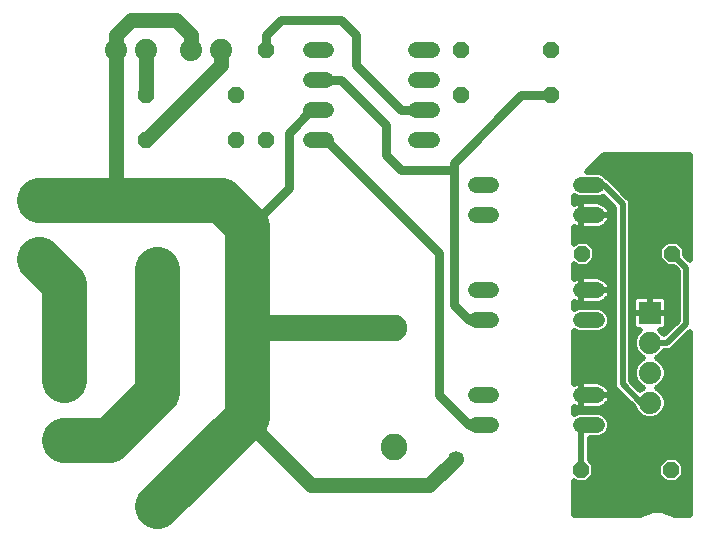
<source format=gbl>
G75*
%MOIN*%
%OFA0B0*%
%FSLAX24Y24*%
%IPPOS*%
%LPD*%
%AMOC8*
5,1,8,0,0,1.08239X$1,22.5*
%
%ADD10C,0.0886*%
%ADD11OC8,0.0520*%
%ADD12C,0.0600*%
%ADD13C,0.0520*%
%ADD14R,0.0800X0.0800*%
%ADD15C,0.0800*%
%ADD16C,0.0740*%
%ADD17R,0.0740X0.0740*%
%ADD18C,0.1500*%
%ADD19C,0.0500*%
%ADD20C,0.0300*%
%ADD21C,0.0200*%
%ADD22C,0.0860*%
%ADD23C,0.0531*%
%ADD24C,0.0400*%
D10*
X005474Y002923D03*
X013348Y004891D03*
X013348Y008828D03*
X005474Y010797D03*
D11*
X005100Y015100D03*
X005100Y016600D03*
X008100Y016600D03*
X008100Y015100D03*
X009100Y015100D03*
X009100Y018100D03*
X015600Y018100D03*
X015600Y016600D03*
X018600Y016600D03*
X018600Y018100D03*
X019631Y011319D03*
X022631Y011319D03*
X022600Y004100D03*
X019600Y004100D03*
D12*
X002650Y005100D02*
X002050Y005100D01*
X002050Y007100D02*
X002650Y007100D01*
D13*
X010580Y015100D02*
X011100Y015100D01*
X011100Y016100D02*
X010580Y016100D01*
X010580Y017100D02*
X011100Y017100D01*
X011100Y018100D02*
X010580Y018100D01*
X014100Y018100D02*
X014620Y018100D01*
X014620Y017100D02*
X014100Y017100D01*
X014100Y016100D02*
X014620Y016100D01*
X014620Y015100D02*
X014100Y015100D01*
X016080Y013600D02*
X016600Y013600D01*
X016600Y012600D02*
X016080Y012600D01*
X016080Y010100D02*
X016600Y010100D01*
X016600Y009100D02*
X016080Y009100D01*
X016080Y006600D02*
X016600Y006600D01*
X016600Y005600D02*
X016080Y005600D01*
X019600Y005600D02*
X020120Y005600D01*
X020120Y006600D02*
X019600Y006600D01*
X019600Y009100D02*
X020120Y009100D01*
X020120Y010100D02*
X019600Y010100D01*
X019600Y012600D02*
X020120Y012600D01*
X020120Y013600D02*
X019600Y013600D01*
D14*
X001538Y013100D03*
D15*
X001538Y011131D03*
D16*
X004100Y018100D03*
X005100Y018100D03*
X006600Y018100D03*
X007600Y018100D03*
X021893Y008344D03*
X021893Y007344D03*
X021893Y006344D03*
D17*
X021893Y009344D03*
D18*
X008443Y009100D02*
X008443Y005891D01*
X008376Y005824D01*
X005474Y002923D01*
X003850Y005100D02*
X005474Y006724D01*
X005474Y010797D01*
X004100Y013100D02*
X007600Y013100D01*
X008443Y012257D01*
X008443Y012100D01*
X008443Y009100D01*
X004100Y013100D02*
X001538Y013100D01*
X001538Y011131D02*
X002350Y010319D01*
X002350Y010288D02*
X002350Y007100D01*
X002350Y005100D02*
X003850Y005100D01*
D19*
X008376Y005824D02*
X010600Y003600D01*
X014538Y003600D01*
X015413Y004475D01*
X004100Y013100D02*
X004100Y018100D01*
X004100Y018600D01*
X004600Y019100D01*
X006100Y019100D01*
X006600Y018600D01*
X006600Y018100D01*
X007600Y018100D02*
X007600Y017600D01*
X005100Y015100D01*
X005100Y016600D02*
X005100Y018100D01*
D20*
X009100Y018100D02*
X009100Y018600D01*
X009600Y019100D01*
X011600Y019100D01*
X012100Y018600D01*
X012100Y017600D01*
X013600Y016100D01*
X014100Y016100D01*
X013100Y015600D02*
X013100Y014600D01*
X013600Y014100D01*
X015350Y014100D01*
X015350Y014350D01*
X017600Y016600D01*
X018600Y016600D01*
X015350Y014100D02*
X015350Y009600D01*
X015850Y009100D01*
X016600Y009100D01*
X014850Y011350D02*
X014850Y006600D01*
X015850Y005600D01*
X016600Y005600D01*
X013348Y008828D02*
X013326Y008850D01*
X014850Y011350D02*
X011100Y015100D01*
X011100Y016100D02*
X010600Y016100D01*
X009850Y015350D01*
X009850Y013507D01*
X008443Y012100D01*
X008694Y008852D02*
X008696Y008850D01*
X013100Y015600D02*
X011600Y017100D01*
X011100Y017100D01*
D21*
X019350Y013228D02*
X019350Y012987D01*
X019359Y012993D01*
X019423Y013026D01*
X019492Y013049D01*
X019564Y013060D01*
X019600Y013060D01*
X019600Y012600D01*
X019600Y012600D01*
X020580Y012600D01*
X020580Y012636D01*
X020569Y012708D01*
X020546Y012777D01*
X020513Y012841D01*
X020471Y012900D01*
X020420Y012951D01*
X020361Y012993D01*
X020297Y013026D01*
X020228Y013049D01*
X020156Y013060D01*
X019600Y013060D01*
X019600Y012600D01*
X019600Y012600D01*
X020580Y012600D01*
X020580Y012564D01*
X020569Y012492D01*
X020546Y012423D01*
X020513Y012359D01*
X020471Y012300D01*
X020420Y012249D01*
X020361Y012207D01*
X020297Y012174D01*
X020228Y012151D01*
X020156Y012140D01*
X019600Y012140D01*
X019600Y012600D01*
X019600Y012600D01*
X019600Y012140D01*
X019564Y012140D01*
X019492Y012151D01*
X019423Y012174D01*
X019359Y012207D01*
X019350Y012213D01*
X019350Y011659D01*
X019449Y011759D01*
X019814Y011759D01*
X020071Y011501D01*
X020071Y011136D01*
X019814Y010879D01*
X019449Y010879D01*
X019350Y010978D01*
X019350Y010487D01*
X019359Y010493D01*
X019423Y010526D01*
X019492Y010549D01*
X019564Y010560D01*
X019600Y010560D01*
X019600Y010100D01*
X019600Y010100D01*
X020580Y010100D01*
X020580Y010136D01*
X020569Y010208D01*
X020546Y010277D01*
X020513Y010341D01*
X020471Y010400D01*
X020420Y010451D01*
X020361Y010493D01*
X020297Y010526D01*
X020228Y010549D01*
X020156Y010560D01*
X019600Y010560D01*
X019600Y010100D01*
X019600Y010100D01*
X020580Y010100D01*
X020580Y010064D01*
X020569Y009992D01*
X020546Y009923D01*
X020513Y009859D01*
X020471Y009800D01*
X020420Y009749D01*
X020361Y009707D01*
X020297Y009674D01*
X020228Y009651D01*
X020156Y009640D01*
X019600Y009640D01*
X019600Y010100D01*
X019600Y010100D01*
X019600Y009640D01*
X019564Y009640D01*
X019492Y009651D01*
X019423Y009674D01*
X019359Y009707D01*
X019350Y009713D01*
X019350Y009472D01*
X019351Y009473D01*
X019512Y009540D01*
X020208Y009540D01*
X020369Y009473D01*
X020493Y009349D01*
X020560Y009188D01*
X020560Y009012D01*
X020493Y008851D01*
X020369Y008727D01*
X020208Y008660D01*
X019512Y008660D01*
X019351Y008727D01*
X019350Y008728D01*
X019350Y006987D01*
X019359Y006993D01*
X019423Y007026D01*
X019492Y007049D01*
X019564Y007060D01*
X019600Y007060D01*
X019600Y006600D01*
X019600Y006600D01*
X020580Y006600D01*
X020580Y006636D01*
X020569Y006708D01*
X020546Y006777D01*
X020513Y006841D01*
X020471Y006900D01*
X020420Y006951D01*
X020361Y006993D01*
X020297Y007026D01*
X020228Y007049D01*
X020156Y007060D01*
X019600Y007060D01*
X019600Y006600D01*
X019600Y006600D01*
X020580Y006600D01*
X020580Y006564D01*
X020569Y006492D01*
X020546Y006423D01*
X020513Y006359D01*
X020471Y006300D01*
X020420Y006249D01*
X020361Y006207D01*
X020297Y006174D01*
X020228Y006151D01*
X020156Y006140D01*
X019600Y006140D01*
X019600Y006600D01*
X019600Y006600D01*
X019600Y006140D01*
X019564Y006140D01*
X019492Y006151D01*
X019423Y006174D01*
X019359Y006207D01*
X019350Y006213D01*
X019350Y005972D01*
X019351Y005973D01*
X019512Y006040D01*
X020208Y006040D01*
X020369Y005973D01*
X020493Y005849D01*
X020560Y005688D01*
X020560Y005512D01*
X020493Y005351D01*
X020369Y005227D01*
X020208Y005160D01*
X019880Y005160D01*
X019880Y004442D01*
X020040Y004282D01*
X020040Y003918D01*
X019782Y003660D01*
X019418Y003660D01*
X019350Y003728D01*
X019350Y002600D01*
X021569Y002600D01*
X021726Y002691D01*
X022004Y002765D01*
X022291Y002765D01*
X022568Y002691D01*
X022726Y002600D01*
X023222Y002600D01*
X023222Y008701D01*
X022628Y008107D01*
X022525Y008064D01*
X022373Y008064D01*
X022360Y008033D01*
X022205Y007878D01*
X022123Y007844D01*
X022205Y007810D01*
X022360Y007656D01*
X022443Y007453D01*
X022443Y007235D01*
X022360Y007033D01*
X022205Y006878D01*
X022123Y006844D01*
X022205Y006810D01*
X022360Y006656D01*
X022443Y006453D01*
X022443Y006235D01*
X022360Y006033D01*
X022205Y005878D01*
X022003Y005794D01*
X021784Y005794D01*
X021582Y005878D01*
X021427Y006033D01*
X021360Y006194D01*
X020738Y006816D01*
X020695Y006919D01*
X020695Y012859D01*
X020339Y013215D01*
X020208Y013160D01*
X019512Y013160D01*
X019351Y013227D01*
X019350Y013228D01*
X019350Y013201D02*
X019413Y013201D01*
X019377Y013003D02*
X019350Y013003D01*
X019600Y013003D02*
X019600Y013003D01*
X019600Y012804D02*
X019600Y012804D01*
X019600Y012606D02*
X019600Y012606D01*
X019600Y012407D02*
X019600Y012407D01*
X019600Y012209D02*
X019600Y012209D01*
X019356Y012209D02*
X019350Y012209D01*
X019350Y012010D02*
X020695Y012010D01*
X020695Y011812D02*
X019350Y011812D01*
X019959Y011613D02*
X020695Y011613D01*
X020695Y011415D02*
X020071Y011415D01*
X020071Y011216D02*
X020695Y011216D01*
X020695Y011018D02*
X019953Y011018D01*
X019350Y010819D02*
X020695Y010819D01*
X020695Y010621D02*
X019350Y010621D01*
X019600Y010422D02*
X019600Y010422D01*
X019600Y010224D02*
X019600Y010224D01*
X019600Y010025D02*
X019600Y010025D01*
X019600Y009827D02*
X019600Y009827D01*
X019350Y009628D02*
X020695Y009628D01*
X020695Y009430D02*
X020413Y009430D01*
X020542Y009231D02*
X020695Y009231D01*
X020695Y009033D02*
X020560Y009033D01*
X020476Y008834D02*
X020695Y008834D01*
X020695Y008636D02*
X019350Y008636D01*
X019350Y008437D02*
X020695Y008437D01*
X020695Y008239D02*
X019350Y008239D01*
X019350Y008040D02*
X020695Y008040D01*
X020695Y007842D02*
X019350Y007842D01*
X019350Y007643D02*
X020695Y007643D01*
X020695Y007445D02*
X019350Y007445D01*
X019350Y007246D02*
X020695Y007246D01*
X020695Y007048D02*
X020231Y007048D01*
X020508Y006849D02*
X020724Y006849D01*
X020578Y006651D02*
X020904Y006651D01*
X021102Y006452D02*
X020556Y006452D01*
X020424Y006254D02*
X021301Y006254D01*
X021418Y006055D02*
X019350Y006055D01*
X019600Y006254D02*
X019600Y006254D01*
X019600Y006452D02*
X019600Y006452D01*
X019600Y006651D02*
X019600Y006651D01*
X019600Y006849D02*
X019600Y006849D01*
X019600Y007048D02*
X019600Y007048D01*
X019489Y007048D02*
X019350Y007048D01*
X020486Y005857D02*
X021633Y005857D01*
X021600Y006350D02*
X021887Y006350D01*
X021893Y006344D01*
X021600Y006350D02*
X020975Y006975D01*
X020975Y012975D01*
X020350Y013600D01*
X019600Y013600D01*
X019790Y014040D02*
X020350Y014600D01*
X023222Y014600D01*
X023222Y011124D01*
X023071Y011274D01*
X023071Y011501D01*
X022814Y011759D01*
X022449Y011759D01*
X022191Y011501D01*
X022191Y011136D01*
X022449Y010879D01*
X022676Y010879D01*
X022820Y010734D01*
X022820Y009091D01*
X022367Y008638D01*
X022360Y008656D01*
X022241Y008774D01*
X022290Y008774D01*
X022341Y008788D01*
X022386Y008814D01*
X022423Y008851D01*
X022450Y008897D01*
X022463Y008948D01*
X022463Y009344D01*
X021893Y009344D01*
X021323Y009344D01*
X021323Y008948D01*
X021337Y008897D01*
X021363Y008851D01*
X021401Y008814D01*
X021446Y008788D01*
X021497Y008774D01*
X021545Y008774D01*
X021427Y008656D01*
X021343Y008453D01*
X021343Y008235D01*
X021427Y008033D01*
X021582Y007878D01*
X021663Y007844D01*
X021582Y007810D01*
X021427Y007656D01*
X021343Y007453D01*
X021343Y007235D01*
X021427Y007033D01*
X021582Y006878D01*
X021663Y006844D01*
X021582Y006810D01*
X021559Y006787D01*
X021255Y007091D01*
X021255Y013031D01*
X021212Y013134D01*
X021134Y013212D01*
X020509Y013837D01*
X020496Y013843D01*
X020493Y013849D01*
X020369Y013973D01*
X020208Y014040D01*
X019790Y014040D01*
X019944Y014194D02*
X023222Y014194D01*
X023222Y014392D02*
X020142Y014392D01*
X020341Y014591D02*
X023222Y014591D01*
X023222Y013995D02*
X020316Y013995D01*
X020549Y013797D02*
X023222Y013797D01*
X023222Y013598D02*
X020748Y013598D01*
X020946Y013400D02*
X023222Y013400D01*
X023222Y013201D02*
X021145Y013201D01*
X021255Y013003D02*
X023222Y013003D01*
X023222Y012804D02*
X021255Y012804D01*
X021255Y012606D02*
X023222Y012606D01*
X023222Y012407D02*
X021255Y012407D01*
X021255Y012209D02*
X023222Y012209D01*
X023222Y012010D02*
X021255Y012010D01*
X021255Y011812D02*
X023222Y011812D01*
X023222Y011613D02*
X022959Y011613D01*
X023071Y011415D02*
X023222Y011415D01*
X023222Y011216D02*
X023130Y011216D01*
X023100Y010850D02*
X022631Y011319D01*
X022310Y011018D02*
X021255Y011018D01*
X021255Y011216D02*
X022191Y011216D01*
X022191Y011415D02*
X021255Y011415D01*
X021255Y011613D02*
X022304Y011613D01*
X022735Y010819D02*
X021255Y010819D01*
X021255Y010621D02*
X022820Y010621D01*
X022820Y010422D02*
X021255Y010422D01*
X021255Y010224D02*
X022820Y010224D01*
X022820Y010025D02*
X021255Y010025D01*
X021255Y009827D02*
X021357Y009827D01*
X021363Y009837D02*
X021337Y009791D01*
X021323Y009740D01*
X021323Y009344D01*
X021893Y009344D01*
X021893Y009344D01*
X021893Y009914D01*
X021497Y009914D01*
X021446Y009900D01*
X021401Y009874D01*
X021363Y009837D01*
X021323Y009628D02*
X021255Y009628D01*
X021255Y009430D02*
X021323Y009430D01*
X021323Y009231D02*
X021255Y009231D01*
X021255Y009033D02*
X021323Y009033D01*
X021381Y008834D02*
X021255Y008834D01*
X021255Y008636D02*
X021419Y008636D01*
X021343Y008437D02*
X021255Y008437D01*
X021255Y008239D02*
X021343Y008239D01*
X021424Y008040D02*
X021255Y008040D01*
X021255Y007842D02*
X021657Y007842D01*
X021422Y007643D02*
X021255Y007643D01*
X021255Y007445D02*
X021343Y007445D01*
X021343Y007246D02*
X021255Y007246D01*
X021298Y007048D02*
X021421Y007048D01*
X021497Y006849D02*
X021651Y006849D01*
X022135Y006849D02*
X023222Y006849D01*
X023222Y006651D02*
X022362Y006651D01*
X022443Y006452D02*
X023222Y006452D01*
X023222Y006254D02*
X022443Y006254D01*
X022369Y006055D02*
X023222Y006055D01*
X023222Y005857D02*
X022153Y005857D01*
X023222Y005658D02*
X020560Y005658D01*
X020538Y005460D02*
X023222Y005460D01*
X023222Y005261D02*
X020403Y005261D01*
X019880Y005063D02*
X023222Y005063D01*
X023222Y004864D02*
X019880Y004864D01*
X019880Y004666D02*
X023222Y004666D01*
X023222Y004467D02*
X022855Y004467D01*
X022782Y004540D02*
X022418Y004540D01*
X022160Y004282D01*
X022160Y003918D01*
X022418Y003660D01*
X022782Y003660D01*
X023040Y003918D01*
X023040Y004282D01*
X022782Y004540D01*
X023040Y004269D02*
X023222Y004269D01*
X023222Y004070D02*
X023040Y004070D01*
X022994Y003872D02*
X023222Y003872D01*
X023222Y003673D02*
X022795Y003673D01*
X022405Y003673D02*
X019795Y003673D01*
X019994Y003872D02*
X022206Y003872D01*
X022160Y004070D02*
X020040Y004070D01*
X020040Y004269D02*
X022160Y004269D01*
X022345Y004467D02*
X019880Y004467D01*
X019600Y004100D02*
X019600Y005600D01*
X019405Y003673D02*
X019350Y003673D01*
X019350Y003475D02*
X023222Y003475D01*
X023222Y003276D02*
X019350Y003276D01*
X019350Y003078D02*
X023222Y003078D01*
X023222Y002879D02*
X019350Y002879D01*
X019350Y002681D02*
X021708Y002681D01*
X022586Y002681D02*
X023222Y002681D01*
X023222Y007048D02*
X022366Y007048D01*
X022443Y007246D02*
X023222Y007246D01*
X023222Y007445D02*
X022443Y007445D01*
X022365Y007643D02*
X023222Y007643D01*
X023222Y007842D02*
X022130Y007842D01*
X022363Y008040D02*
X023222Y008040D01*
X023222Y008239D02*
X022759Y008239D01*
X022958Y008437D02*
X023222Y008437D01*
X023222Y008636D02*
X023156Y008636D01*
X023100Y008975D02*
X023100Y010850D01*
X022820Y009827D02*
X022429Y009827D01*
X022423Y009837D02*
X022386Y009874D01*
X022341Y009900D01*
X022290Y009914D01*
X021893Y009914D01*
X021893Y009344D01*
X021893Y009344D01*
X021893Y009344D01*
X022463Y009344D01*
X022463Y009740D01*
X022450Y009791D01*
X022423Y009837D01*
X022463Y009628D02*
X022820Y009628D01*
X022820Y009430D02*
X022463Y009430D01*
X022463Y009231D02*
X022820Y009231D01*
X022762Y009033D02*
X022463Y009033D01*
X022406Y008834D02*
X022563Y008834D01*
X022469Y008344D02*
X023100Y008975D01*
X022469Y008344D02*
X021893Y008344D01*
X021893Y009430D02*
X021893Y009430D01*
X021893Y009628D02*
X021893Y009628D01*
X021893Y009827D02*
X021893Y009827D01*
X020695Y009827D02*
X020490Y009827D01*
X020574Y010025D02*
X020695Y010025D01*
X020695Y010224D02*
X020564Y010224D01*
X020449Y010422D02*
X020695Y010422D01*
X020695Y012209D02*
X020364Y012209D01*
X020538Y012407D02*
X020695Y012407D01*
X020695Y012606D02*
X020580Y012606D01*
X020532Y012804D02*
X020695Y012804D01*
X020552Y013003D02*
X020343Y013003D01*
X020353Y013201D02*
X020307Y013201D01*
X008694Y008852D02*
X008443Y009100D01*
D22*
X008696Y008850D02*
X013326Y008850D01*
D23*
X015413Y004475D03*
D24*
X002350Y010288D02*
X002350Y010319D01*
M02*

</source>
